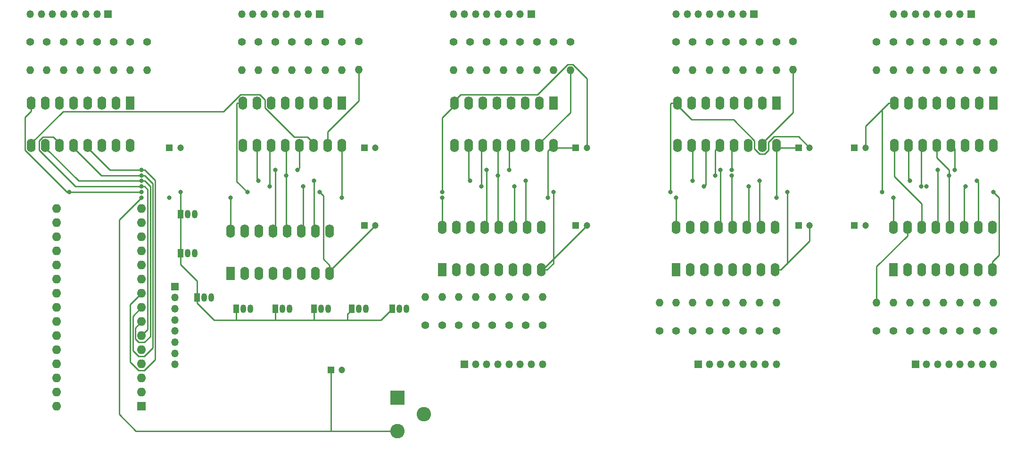
<source format=gbl>
G04 #@! TF.GenerationSoftware,KiCad,Pcbnew,(5.1.4-0-10_14)*
G04 #@! TF.CreationDate,2019-12-08T14:58:00+00:00*
G04 #@! TF.ProjectId,LED_cube_with_74HCT595,4c45445f-6375-4626-955f-776974685f37,rev?*
G04 #@! TF.SameCoordinates,Original*
G04 #@! TF.FileFunction,Copper,L2,Bot*
G04 #@! TF.FilePolarity,Positive*
%FSLAX46Y46*%
G04 Gerber Fmt 4.6, Leading zero omitted, Abs format (unit mm)*
G04 Created by KiCad (PCBNEW (5.1.4-0-10_14)) date 2019-12-08 14:58:00*
%MOMM*%
%LPD*%
G04 APERTURE LIST*
%ADD10C,1.200000*%
%ADD11R,1.200000X1.200000*%
%ADD12O,1.600000X1.600000*%
%ADD13R,1.600000X1.600000*%
%ADD14O,1.600000X2.400000*%
%ADD15R,1.600000X2.400000*%
%ADD16O,1.350000X1.350000*%
%ADD17R,1.350000X1.350000*%
%ADD18O,1.050000X1.500000*%
%ADD19R,1.050000X1.500000*%
%ADD20C,1.400000*%
%ADD21O,1.400000X1.400000*%
%ADD22R,2.600000X2.600000*%
%ADD23C,2.600000*%
%ADD24C,0.800000*%
%ADD25C,0.250000*%
G04 APERTURE END LIST*
D10*
X83000000Y-92000000D03*
D11*
X81000000Y-92000000D03*
D12*
X31760000Y-63000000D03*
X47000000Y-63000000D03*
X31760000Y-98560000D03*
X47000000Y-65540000D03*
X31760000Y-96020000D03*
X47000000Y-68080000D03*
X31760000Y-93480000D03*
X47000000Y-70620000D03*
X31760000Y-90940000D03*
X47000000Y-73160000D03*
X31760000Y-88400000D03*
X47000000Y-75700000D03*
X31760000Y-85860000D03*
X47000000Y-78240000D03*
X31760000Y-83320000D03*
X47000000Y-80780000D03*
X31760000Y-80780000D03*
X47000000Y-83320000D03*
X31760000Y-78240000D03*
X47000000Y-85860000D03*
X31760000Y-75700000D03*
X47000000Y-88400000D03*
X31760000Y-73160000D03*
X47000000Y-90940000D03*
X31760000Y-70620000D03*
X47000000Y-93480000D03*
X31760000Y-68080000D03*
X47000000Y-96020000D03*
X31760000Y-65540000D03*
D13*
X47000000Y-98560000D03*
D14*
X200000000Y-51620000D03*
X182220000Y-44000000D03*
X197460000Y-51620000D03*
X184760000Y-44000000D03*
X194920000Y-51620000D03*
X187300000Y-44000000D03*
X192380000Y-51620000D03*
X189840000Y-44000000D03*
X189840000Y-51620000D03*
X192380000Y-44000000D03*
X187300000Y-51620000D03*
X194920000Y-44000000D03*
X184760000Y-51620000D03*
X197460000Y-44000000D03*
X182220000Y-51620000D03*
D15*
X200000000Y-44000000D03*
D14*
X161000000Y-51620000D03*
X143220000Y-44000000D03*
X158460000Y-51620000D03*
X145760000Y-44000000D03*
X155920000Y-51620000D03*
X148300000Y-44000000D03*
X153380000Y-51620000D03*
X150840000Y-44000000D03*
X150840000Y-51620000D03*
X153380000Y-44000000D03*
X148300000Y-51620000D03*
X155920000Y-44000000D03*
X145760000Y-51620000D03*
X158460000Y-44000000D03*
X143220000Y-51620000D03*
D15*
X161000000Y-44000000D03*
X101000000Y-74000000D03*
D14*
X118780000Y-66380000D03*
X103540000Y-74000000D03*
X116240000Y-66380000D03*
X106080000Y-74000000D03*
X113700000Y-66380000D03*
X108620000Y-74000000D03*
X111160000Y-66380000D03*
X111160000Y-74000000D03*
X108620000Y-66380000D03*
X113700000Y-74000000D03*
X106080000Y-66380000D03*
X116240000Y-74000000D03*
X103540000Y-66380000D03*
X118780000Y-74000000D03*
X101000000Y-66380000D03*
X143000000Y-66380000D03*
X160780000Y-74000000D03*
X145540000Y-66380000D03*
X158240000Y-74000000D03*
X148080000Y-66380000D03*
X155700000Y-74000000D03*
X150620000Y-66380000D03*
X153160000Y-74000000D03*
X153160000Y-66380000D03*
X150620000Y-74000000D03*
X155700000Y-66380000D03*
X148080000Y-74000000D03*
X158240000Y-66380000D03*
X145540000Y-74000000D03*
X160780000Y-66380000D03*
D15*
X143000000Y-74000000D03*
D16*
X27000000Y-28000000D03*
X29000000Y-28000000D03*
X31000000Y-28000000D03*
X33000000Y-28000000D03*
X35000000Y-28000000D03*
X37000000Y-28000000D03*
X39000000Y-28000000D03*
D17*
X41000000Y-28000000D03*
X105000000Y-91000000D03*
D16*
X107000000Y-91000000D03*
X109000000Y-91000000D03*
X111000000Y-91000000D03*
X113000000Y-91000000D03*
X115000000Y-91000000D03*
X117000000Y-91000000D03*
X119000000Y-91000000D03*
D17*
X79000000Y-28000000D03*
D16*
X77000000Y-28000000D03*
X75000000Y-28000000D03*
X73000000Y-28000000D03*
X71000000Y-28000000D03*
X69000000Y-28000000D03*
X67000000Y-28000000D03*
X65000000Y-28000000D03*
X161000000Y-91000000D03*
X159000000Y-91000000D03*
X157000000Y-91000000D03*
X155000000Y-91000000D03*
X153000000Y-91000000D03*
X151000000Y-91000000D03*
X149000000Y-91000000D03*
D17*
X147000000Y-91000000D03*
D16*
X103000000Y-28000000D03*
X105000000Y-28000000D03*
X107000000Y-28000000D03*
X109000000Y-28000000D03*
X111000000Y-28000000D03*
X113000000Y-28000000D03*
X115000000Y-28000000D03*
D17*
X117000000Y-28000000D03*
D16*
X200000000Y-91000000D03*
X198000000Y-91000000D03*
X196000000Y-91000000D03*
X194000000Y-91000000D03*
X192000000Y-91000000D03*
X190000000Y-91000000D03*
X188000000Y-91000000D03*
D17*
X186000000Y-91000000D03*
D16*
X53000000Y-91000000D03*
X53000000Y-89000000D03*
X53000000Y-87000000D03*
X53000000Y-85000000D03*
X53000000Y-83000000D03*
X53000000Y-81000000D03*
X53000000Y-79000000D03*
D17*
X53000000Y-77000000D03*
X157000000Y-28000000D03*
D16*
X155000000Y-28000000D03*
X153000000Y-28000000D03*
X151000000Y-28000000D03*
X149000000Y-28000000D03*
X147000000Y-28000000D03*
X145000000Y-28000000D03*
X143000000Y-28000000D03*
D17*
X196000000Y-28000000D03*
D16*
X194000000Y-28000000D03*
X192000000Y-28000000D03*
X190000000Y-28000000D03*
X188000000Y-28000000D03*
X186000000Y-28000000D03*
X184000000Y-28000000D03*
X182000000Y-28000000D03*
D18*
X55270000Y-64000000D03*
X56540000Y-64000000D03*
D19*
X54000000Y-64000000D03*
X57000000Y-79000000D03*
D18*
X59540000Y-79000000D03*
X58270000Y-79000000D03*
X72270000Y-81000000D03*
X73540000Y-81000000D03*
D19*
X71000000Y-81000000D03*
X84730000Y-81000000D03*
D18*
X87270000Y-81000000D03*
X86000000Y-81000000D03*
X55270000Y-71000000D03*
X56540000Y-71000000D03*
D19*
X54000000Y-71000000D03*
D18*
X65270000Y-81000000D03*
X66540000Y-81000000D03*
D19*
X64000000Y-81000000D03*
D18*
X79270000Y-81000000D03*
X80540000Y-81000000D03*
D19*
X78000000Y-81000000D03*
X92000000Y-81000000D03*
D18*
X94540000Y-81000000D03*
X93270000Y-81000000D03*
D20*
X48000000Y-33000000D03*
D21*
X48000000Y-38080000D03*
X45000000Y-38080000D03*
D20*
X45000000Y-33000000D03*
D21*
X119000000Y-78920000D03*
D20*
X119000000Y-84000000D03*
X42000000Y-33000000D03*
D21*
X42000000Y-38080000D03*
D20*
X116000000Y-84000000D03*
D21*
X116000000Y-78920000D03*
X39000000Y-38080000D03*
D20*
X39000000Y-33000000D03*
D21*
X113000000Y-78920000D03*
D20*
X113000000Y-84000000D03*
X36000000Y-33000000D03*
D21*
X36000000Y-38080000D03*
D20*
X110000000Y-84000000D03*
D21*
X110000000Y-78920000D03*
X33000000Y-38080000D03*
D20*
X33000000Y-33000000D03*
D21*
X107000000Y-78920000D03*
D20*
X107000000Y-84000000D03*
X30000000Y-33000000D03*
D21*
X30000000Y-38080000D03*
D20*
X104000000Y-84000000D03*
D21*
X104000000Y-78920000D03*
X27000000Y-38080000D03*
D20*
X27000000Y-33000000D03*
D21*
X101000000Y-78920000D03*
D20*
X101000000Y-84000000D03*
D21*
X98000000Y-78920000D03*
D20*
X98000000Y-84000000D03*
D21*
X86000000Y-38000000D03*
D20*
X86000000Y-32920000D03*
X83000000Y-33000000D03*
D21*
X83000000Y-38080000D03*
D20*
X161000000Y-85000000D03*
D21*
X161000000Y-79920000D03*
X80000000Y-38080000D03*
D20*
X80000000Y-33000000D03*
D21*
X158000000Y-79920000D03*
D20*
X158000000Y-85000000D03*
X77000000Y-33000000D03*
D21*
X77000000Y-38080000D03*
D20*
X155000000Y-85000000D03*
D21*
X155000000Y-79920000D03*
X74000000Y-38080000D03*
D20*
X74000000Y-33000000D03*
D21*
X152000000Y-79920000D03*
D20*
X152000000Y-85000000D03*
X71000000Y-33000000D03*
D21*
X71000000Y-38080000D03*
D20*
X149000000Y-85000000D03*
D21*
X149000000Y-79920000D03*
X68000000Y-38080000D03*
D20*
X68000000Y-33000000D03*
D21*
X146000000Y-79920000D03*
D20*
X146000000Y-85000000D03*
X65000000Y-33000000D03*
D21*
X65000000Y-38080000D03*
D20*
X143000000Y-85000000D03*
D21*
X143000000Y-79920000D03*
X140000000Y-79920000D03*
D20*
X140000000Y-85000000D03*
X124000000Y-33000000D03*
D21*
X124000000Y-38080000D03*
X121000000Y-38080000D03*
D20*
X121000000Y-33000000D03*
D21*
X200000000Y-79920000D03*
D20*
X200000000Y-85000000D03*
X118000000Y-33000000D03*
D21*
X118000000Y-38080000D03*
D20*
X197000000Y-85000000D03*
D21*
X197000000Y-79920000D03*
X115000000Y-38080000D03*
D20*
X115000000Y-33000000D03*
D21*
X194000000Y-79920000D03*
D20*
X194000000Y-85000000D03*
X112000000Y-33000000D03*
D21*
X112000000Y-38080000D03*
D20*
X191000000Y-85000000D03*
D21*
X191000000Y-79920000D03*
X109000000Y-38080000D03*
D20*
X109000000Y-33000000D03*
D21*
X188000000Y-79920000D03*
D20*
X188000000Y-85000000D03*
X106000000Y-33000000D03*
D21*
X106000000Y-38080000D03*
D20*
X185000000Y-85000000D03*
D21*
X185000000Y-79920000D03*
X103000000Y-38080000D03*
D20*
X103000000Y-33000000D03*
D21*
X182000000Y-79920000D03*
D20*
X182000000Y-85000000D03*
X179000000Y-85000000D03*
D21*
X179000000Y-79920000D03*
X164000000Y-38000000D03*
D20*
X164000000Y-32920000D03*
X161000000Y-33000000D03*
D21*
X161000000Y-38080000D03*
D20*
X179000000Y-33000000D03*
D21*
X179000000Y-38080000D03*
X158000000Y-38080000D03*
D20*
X158000000Y-33000000D03*
D21*
X182000000Y-38080000D03*
D20*
X182000000Y-33000000D03*
X155000000Y-33000000D03*
D21*
X155000000Y-38080000D03*
D20*
X185000000Y-33000000D03*
D21*
X185000000Y-38080000D03*
X152000000Y-38080000D03*
D20*
X152000000Y-33000000D03*
D21*
X188000000Y-38080000D03*
D20*
X188000000Y-33000000D03*
X149000000Y-33000000D03*
D21*
X149000000Y-38080000D03*
D20*
X191000000Y-33000000D03*
D21*
X191000000Y-38080000D03*
X146000000Y-38080000D03*
D20*
X146000000Y-33000000D03*
X194000000Y-33000000D03*
D21*
X194000000Y-38080000D03*
D20*
X143000000Y-33000000D03*
D21*
X143000000Y-38080000D03*
X197000000Y-38080000D03*
D20*
X197000000Y-33000000D03*
X200000000Y-33000000D03*
D21*
X200000000Y-38080000D03*
D14*
X45000000Y-51620000D03*
X27220000Y-44000000D03*
X42460000Y-51620000D03*
X29760000Y-44000000D03*
X39920000Y-51620000D03*
X32300000Y-44000000D03*
X37380000Y-51620000D03*
X34840000Y-44000000D03*
X34840000Y-51620000D03*
X37380000Y-44000000D03*
X32300000Y-51620000D03*
X39920000Y-44000000D03*
X29760000Y-51620000D03*
X42460000Y-44000000D03*
X27220000Y-51620000D03*
D15*
X45000000Y-44000000D03*
X63000000Y-74620000D03*
D14*
X80780000Y-67000000D03*
X65540000Y-74620000D03*
X78240000Y-67000000D03*
X68080000Y-74620000D03*
X75700000Y-67000000D03*
X70620000Y-74620000D03*
X73160000Y-67000000D03*
X73160000Y-74620000D03*
X70620000Y-67000000D03*
X75700000Y-74620000D03*
X68080000Y-67000000D03*
X78240000Y-74620000D03*
X65540000Y-67000000D03*
X80780000Y-74620000D03*
X63000000Y-67000000D03*
X83000000Y-51620000D03*
X65220000Y-44000000D03*
X80460000Y-51620000D03*
X67760000Y-44000000D03*
X77920000Y-51620000D03*
X70300000Y-44000000D03*
X75380000Y-51620000D03*
X72840000Y-44000000D03*
X72840000Y-51620000D03*
X75380000Y-44000000D03*
X70300000Y-51620000D03*
X77920000Y-44000000D03*
X67760000Y-51620000D03*
X80460000Y-44000000D03*
X65220000Y-51620000D03*
D15*
X83000000Y-44000000D03*
X121000000Y-44000000D03*
D14*
X103220000Y-51620000D03*
X118460000Y-44000000D03*
X105760000Y-51620000D03*
X115920000Y-44000000D03*
X108300000Y-51620000D03*
X113380000Y-44000000D03*
X110840000Y-51620000D03*
X110840000Y-44000000D03*
X113380000Y-51620000D03*
X108300000Y-44000000D03*
X115920000Y-51620000D03*
X105760000Y-44000000D03*
X118460000Y-51620000D03*
X103220000Y-44000000D03*
X121000000Y-51620000D03*
D15*
X182000000Y-74000000D03*
D14*
X199780000Y-66380000D03*
X184540000Y-74000000D03*
X197240000Y-66380000D03*
X187080000Y-74000000D03*
X194700000Y-66380000D03*
X189620000Y-74000000D03*
X192160000Y-66380000D03*
X192160000Y-74000000D03*
X189620000Y-66380000D03*
X194700000Y-74000000D03*
X187080000Y-66380000D03*
X197240000Y-74000000D03*
X184540000Y-66380000D03*
X199780000Y-74000000D03*
X182000000Y-66380000D03*
D22*
X93000000Y-97000000D03*
D23*
X93000000Y-103000000D03*
X97700000Y-100000000D03*
D10*
X54000000Y-52000000D03*
D11*
X52000000Y-52000000D03*
X125000000Y-66000000D03*
D10*
X127000000Y-66000000D03*
D11*
X87000000Y-66000000D03*
D10*
X89000000Y-66000000D03*
X89000000Y-52000000D03*
D11*
X87000000Y-52000000D03*
X165000000Y-66000000D03*
D10*
X167000000Y-66000000D03*
X127000000Y-52000000D03*
D11*
X125000000Y-52000000D03*
X175000000Y-66000000D03*
D10*
X177000000Y-66000000D03*
X167000000Y-52000000D03*
D11*
X165000000Y-52000000D03*
X175000000Y-52000000D03*
D10*
X177000000Y-52000000D03*
D24*
X47000000Y-60000000D03*
X79000000Y-60000000D03*
X66000000Y-60000000D03*
X101000000Y-60000000D03*
X121000000Y-60000000D03*
X142000000Y-60000000D03*
X163000000Y-60000000D03*
X180000000Y-60000000D03*
X200000000Y-60000000D03*
X34000000Y-60000000D03*
X54000000Y-60000000D03*
X73000000Y-57000000D03*
X47000000Y-59000000D03*
X70000000Y-59000000D03*
X76000000Y-59000000D03*
X108000000Y-59000000D03*
X114000000Y-59000000D03*
X156000000Y-59000000D03*
X148000000Y-59000000D03*
X188000000Y-59000000D03*
X187000000Y-59000000D03*
X195000000Y-59000000D03*
X47000000Y-58000000D03*
X68000000Y-58000000D03*
X78000000Y-58000000D03*
X106000000Y-58000000D03*
X116000000Y-58000000D03*
X158000000Y-58000000D03*
X146000000Y-58000000D03*
X197000000Y-58000000D03*
X185000000Y-58000000D03*
X47000000Y-57000000D03*
X111000000Y-57000000D03*
X150000000Y-57000000D03*
X153000000Y-57000000D03*
X192000000Y-57000000D03*
X47000000Y-56000000D03*
X75000000Y-56000000D03*
X71000000Y-56000000D03*
X113000000Y-56000000D03*
X109000000Y-56000000D03*
X153000000Y-56000000D03*
X151000000Y-56000000D03*
X193000000Y-56000000D03*
X190000000Y-56000000D03*
X47000000Y-61000000D03*
X83000000Y-61000000D03*
X120000000Y-61000000D03*
X101000000Y-61000000D03*
X143000000Y-61000000D03*
X161000000Y-61000000D03*
X182000000Y-61000000D03*
X63000000Y-61000000D03*
X52000000Y-61000000D03*
D25*
X65220000Y-44000000D02*
X65220000Y-44400000D01*
X33608996Y-60000000D02*
X34000000Y-60000000D01*
X26094990Y-46575010D02*
X26094990Y-52485994D01*
X26094990Y-52485994D02*
X33608996Y-60000000D01*
X27220000Y-45450000D02*
X26094990Y-46575010D01*
X27220000Y-44000000D02*
X27220000Y-45450000D01*
X64094990Y-58094990D02*
X66000000Y-60000000D01*
X64094990Y-44075010D02*
X64094990Y-58094990D01*
X64170000Y-44000000D02*
X64094990Y-44075010D01*
X65220000Y-44000000D02*
X64170000Y-44000000D01*
X79654990Y-72044990D02*
X80780000Y-73170000D01*
X79654990Y-60654990D02*
X79654990Y-72044990D01*
X80780000Y-73170000D02*
X80780000Y-74620000D01*
X79000000Y-60000000D02*
X79654990Y-60654990D01*
X119830000Y-74000000D02*
X118780000Y-74000000D01*
X121000000Y-72830000D02*
X119830000Y-74000000D01*
X121000000Y-60000000D02*
X121000000Y-72830000D01*
X101000000Y-46620000D02*
X101000000Y-60000000D01*
X103220000Y-44400000D02*
X101000000Y-46620000D01*
X103220000Y-44000000D02*
X103220000Y-44400000D01*
X142170000Y-44000000D02*
X143220000Y-44000000D01*
X142000000Y-44170000D02*
X142170000Y-44000000D01*
X142000000Y-60000000D02*
X142000000Y-44170000D01*
X163000000Y-72830000D02*
X161830000Y-74000000D01*
X163000000Y-60000000D02*
X163000000Y-72830000D01*
X180000000Y-45170000D02*
X180000000Y-60000000D01*
X181170000Y-44000000D02*
X180000000Y-45170000D01*
X201000000Y-71330000D02*
X199780000Y-72550000D01*
X199780000Y-72550000D02*
X199780000Y-74000000D01*
X201000000Y-61000000D02*
X201000000Y-71330000D01*
X200000000Y-60000000D02*
X201000000Y-61000000D01*
X47000000Y-60000000D02*
X34000000Y-60000000D01*
X54000000Y-64000000D02*
X54000000Y-63775000D01*
X54000000Y-64000000D02*
X54000000Y-71000000D01*
X54000000Y-71000000D02*
X54000000Y-73000000D01*
X57000000Y-76000000D02*
X57000000Y-79000000D01*
X54000000Y-73000000D02*
X57000000Y-76000000D01*
X92000000Y-81000000D02*
X90000000Y-83000000D01*
X57000000Y-80000000D02*
X57000000Y-79000000D01*
X60000000Y-83000000D02*
X57000000Y-80000000D01*
X64000000Y-83000000D02*
X60000000Y-83000000D01*
X64000000Y-81000000D02*
X64000000Y-83000000D01*
X84730000Y-81225000D02*
X84000000Y-81955000D01*
X84730000Y-81000000D02*
X84730000Y-81225000D01*
X84000000Y-81955000D02*
X84000000Y-83000000D01*
X90000000Y-83000000D02*
X84000000Y-83000000D01*
X78000000Y-81000000D02*
X78000000Y-83000000D01*
X84000000Y-83000000D02*
X78000000Y-83000000D01*
X71000000Y-81000000D02*
X71000000Y-83000000D01*
X71000000Y-83000000D02*
X64000000Y-83000000D01*
X78000000Y-83000000D02*
X71000000Y-83000000D01*
X54000000Y-64000000D02*
X54000000Y-60000000D01*
X118088008Y-42474990D02*
X104345010Y-42474990D01*
X123507999Y-37054999D02*
X118088008Y-42474990D01*
X103220000Y-43600000D02*
X103220000Y-44000000D01*
X124492001Y-37054999D02*
X123507999Y-37054999D01*
X104345010Y-42474990D02*
X103220000Y-43600000D01*
X127000000Y-39562998D02*
X124492001Y-37054999D01*
X127000000Y-52000000D02*
X127000000Y-39562998D01*
X143220000Y-44400000D02*
X143220000Y-44000000D01*
X145820000Y-47000000D02*
X143220000Y-44400000D01*
X181170000Y-44000000D02*
X182220000Y-44000000D01*
X177000000Y-48170000D02*
X181170000Y-44000000D01*
X177000000Y-52000000D02*
X177000000Y-48170000D01*
X157045010Y-50754006D02*
X153291004Y-47000000D01*
X157045010Y-52196014D02*
X157045010Y-50754006D01*
X158925994Y-53145010D02*
X157994006Y-53145010D01*
X159585010Y-52485994D02*
X158925994Y-53145010D01*
X159585010Y-51043986D02*
X159585010Y-52485994D01*
X160628996Y-50000000D02*
X159585010Y-51043986D01*
X157994006Y-53145010D02*
X157045010Y-52196014D01*
X165000000Y-50000000D02*
X160628996Y-50000000D01*
X153291004Y-47000000D02*
X145820000Y-47000000D01*
X167000000Y-52000000D02*
X165000000Y-50000000D01*
X161830000Y-74000000D02*
X160780000Y-74000000D01*
X167000000Y-68830000D02*
X161830000Y-74000000D01*
X167000000Y-66000000D02*
X167000000Y-68830000D01*
X119000000Y-74000000D02*
X118780000Y-74000000D01*
X127000000Y-66000000D02*
X119000000Y-74000000D01*
X80780000Y-74220000D02*
X80780000Y-74620000D01*
X89000000Y-66000000D02*
X80780000Y-74220000D01*
X35148996Y-59000000D02*
X47000000Y-59000000D01*
X28634990Y-50754006D02*
X28634990Y-52485994D01*
X28634990Y-52485994D02*
X35148996Y-59000000D01*
X31174990Y-50094990D02*
X29294006Y-50094990D01*
X32300000Y-51220000D02*
X31174990Y-50094990D01*
X29294006Y-50094990D02*
X28634990Y-50754006D01*
X32300000Y-51620000D02*
X32300000Y-51220000D01*
X70000000Y-52320000D02*
X70000000Y-59000000D01*
X70300000Y-52020000D02*
X70000000Y-52320000D01*
X70300000Y-51620000D02*
X70300000Y-52020000D01*
X76000000Y-66700000D02*
X75700000Y-67000000D01*
X76000000Y-59000000D02*
X76000000Y-66700000D01*
X108000000Y-51920000D02*
X108300000Y-51620000D01*
X108000000Y-59000000D02*
X108000000Y-51920000D01*
X114000000Y-66080000D02*
X113700000Y-66380000D01*
X114000000Y-59000000D02*
X114000000Y-66080000D01*
X148300000Y-58700000D02*
X148000000Y-59000000D01*
X148300000Y-51620000D02*
X148300000Y-58700000D01*
X156000000Y-66080000D02*
X155700000Y-66380000D01*
X156000000Y-59000000D02*
X156000000Y-66080000D01*
X194700000Y-59300000D02*
X195000000Y-59000000D01*
X194700000Y-66380000D02*
X194700000Y-59300000D01*
X187000000Y-51920000D02*
X187300000Y-51620000D01*
X187000000Y-59000000D02*
X187000000Y-51920000D01*
X47565685Y-59000000D02*
X47000000Y-59000000D01*
X48125001Y-59559316D02*
X47565685Y-59000000D01*
X48125001Y-84734999D02*
X48125001Y-59559316D01*
X47000000Y-85860000D02*
X48125001Y-84734999D01*
X197240000Y-66380000D02*
X197240000Y-65980000D01*
X29760000Y-52020000D02*
X35740000Y-58000000D01*
X29760000Y-51620000D02*
X29760000Y-52020000D01*
X67760000Y-57760000D02*
X68000000Y-58000000D01*
X67760000Y-51620000D02*
X67760000Y-57760000D01*
X78000000Y-66760000D02*
X78240000Y-67000000D01*
X78000000Y-58000000D02*
X78000000Y-66760000D01*
X105760000Y-57760000D02*
X106000000Y-58000000D01*
X105760000Y-51620000D02*
X105760000Y-57760000D01*
X116000000Y-66140000D02*
X116240000Y-66380000D01*
X116000000Y-58000000D02*
X116000000Y-66140000D01*
X146000000Y-51860000D02*
X145760000Y-51620000D01*
X146000000Y-58000000D02*
X146000000Y-51860000D01*
X158000000Y-66140000D02*
X158240000Y-66380000D01*
X158000000Y-58000000D02*
X158000000Y-66140000D01*
X197240000Y-58240000D02*
X197000000Y-58000000D01*
X197240000Y-66380000D02*
X197240000Y-58240000D01*
X184760000Y-57760000D02*
X185000000Y-58000000D01*
X184760000Y-51620000D02*
X184760000Y-57760000D01*
X48575010Y-59009325D02*
X47565685Y-58000000D01*
X47540001Y-86985001D02*
X48575010Y-85949992D01*
X45874999Y-84445001D02*
X45874999Y-86400001D01*
X47000000Y-83320000D02*
X45874999Y-84445001D01*
X46459999Y-86985001D02*
X47540001Y-86985001D01*
X45874999Y-86400001D02*
X46459999Y-86985001D01*
X46000000Y-58000000D02*
X47000000Y-58000000D01*
X47565685Y-58000000D02*
X46000000Y-58000000D01*
X48575010Y-85949992D02*
X48575010Y-59009325D01*
X35740000Y-58000000D02*
X46000000Y-58000000D01*
X39820000Y-57000000D02*
X47000000Y-57000000D01*
X34840000Y-52020000D02*
X39820000Y-57000000D01*
X34840000Y-51620000D02*
X34840000Y-52020000D01*
X73000000Y-51780000D02*
X72840000Y-51620000D01*
X73000000Y-66840000D02*
X73000000Y-51780000D01*
X73000000Y-66840000D02*
X73160000Y-67000000D01*
X111000000Y-51780000D02*
X110840000Y-51620000D01*
X111000000Y-57000000D02*
X111000000Y-51780000D01*
X111000000Y-66220000D02*
X111160000Y-66380000D01*
X111000000Y-57000000D02*
X111000000Y-66220000D01*
X150000000Y-52460000D02*
X150840000Y-51620000D01*
X150000000Y-57000000D02*
X150000000Y-52460000D01*
X153000000Y-66220000D02*
X153160000Y-66380000D01*
X153000000Y-57000000D02*
X153000000Y-66220000D01*
X192000000Y-66220000D02*
X192160000Y-66380000D01*
X192000000Y-57000000D02*
X192000000Y-66220000D01*
X189840000Y-53840000D02*
X189840000Y-51620000D01*
X192000000Y-56000000D02*
X189840000Y-53840000D01*
X192000000Y-57000000D02*
X192000000Y-56000000D01*
X49025019Y-58459334D02*
X47565685Y-57000000D01*
X49025019Y-88039983D02*
X49025019Y-58459334D01*
X47540001Y-89525001D02*
X49025019Y-88039983D01*
X46459999Y-89525001D02*
X47540001Y-89525001D01*
X47565685Y-57000000D02*
X47000000Y-57000000D01*
X45424990Y-88489992D02*
X46459999Y-89525001D01*
X45424990Y-82355010D02*
X45424990Y-88489992D01*
X47000000Y-80780000D02*
X45424990Y-82355010D01*
X41360000Y-56000000D02*
X47000000Y-56000000D01*
X37380000Y-52020000D02*
X41360000Y-56000000D01*
X37380000Y-51620000D02*
X37380000Y-52020000D01*
X71000000Y-66620000D02*
X70620000Y-67000000D01*
X71000000Y-56000000D02*
X71000000Y-66620000D01*
X75380000Y-55620000D02*
X75000000Y-56000000D01*
X75380000Y-51620000D02*
X75380000Y-55620000D01*
X109000000Y-66000000D02*
X108620000Y-66380000D01*
X109000000Y-56000000D02*
X109000000Y-66000000D01*
X113000000Y-52000000D02*
X113380000Y-51620000D01*
X113000000Y-56000000D02*
X113000000Y-52000000D01*
X151000000Y-66000000D02*
X150620000Y-66380000D01*
X151000000Y-56000000D02*
X151000000Y-66000000D01*
X153000000Y-52000000D02*
X153380000Y-51620000D01*
X153000000Y-56000000D02*
X153000000Y-52000000D01*
X190000000Y-66000000D02*
X189620000Y-66380000D01*
X190000000Y-56000000D02*
X190000000Y-66000000D01*
X193000000Y-52240000D02*
X192380000Y-51620000D01*
X193000000Y-56000000D02*
X193000000Y-52240000D01*
X49475028Y-57909343D02*
X47565685Y-56000000D01*
X47565685Y-56000000D02*
X47000000Y-56000000D01*
X49475028Y-90129974D02*
X49475028Y-57909343D01*
X47540001Y-92065001D02*
X49475028Y-90129974D01*
X44974981Y-90579983D02*
X46459999Y-92065001D01*
X46459999Y-92065001D02*
X47540001Y-92065001D01*
X44974981Y-80265019D02*
X44974981Y-90579983D01*
X47000000Y-78240000D02*
X44974981Y-80265019D01*
X83000000Y-61000000D02*
X83000000Y-51620000D01*
X120000000Y-52620000D02*
X121000000Y-51620000D01*
X120000000Y-61000000D02*
X120000000Y-52620000D01*
X101000000Y-66380000D02*
X101000000Y-61000000D01*
X143000000Y-61000000D02*
X143000000Y-66380000D01*
X161000000Y-61000000D02*
X161000000Y-51620000D01*
X182000000Y-61000000D02*
X182000000Y-66380000D01*
X63000000Y-67000000D02*
X63000000Y-61000000D01*
X45000000Y-51620000D02*
X45000000Y-52020000D01*
X43000000Y-65000000D02*
X43000000Y-100000000D01*
X47000000Y-61000000D02*
X43000000Y-65000000D01*
X43000000Y-100000000D02*
X46000000Y-103000000D01*
X161380000Y-52000000D02*
X161000000Y-51620000D01*
X165000000Y-52000000D02*
X161380000Y-52000000D01*
X121380000Y-52000000D02*
X121000000Y-51620000D01*
X125000000Y-52000000D02*
X121380000Y-52000000D01*
X81000000Y-92000000D02*
X81000000Y-103000000D01*
X81000000Y-103000000D02*
X93000000Y-103000000D01*
X46000000Y-103000000D02*
X81000000Y-103000000D01*
X86000000Y-43585002D02*
X86000000Y-38000000D01*
X80460000Y-49125002D02*
X86000000Y-43585002D01*
X80460000Y-51620000D02*
X80460000Y-49125002D01*
X124000000Y-45680000D02*
X124000000Y-38080000D01*
X118460000Y-51220000D02*
X124000000Y-45680000D01*
X118460000Y-51620000D02*
X118460000Y-51220000D01*
X179000000Y-73370000D02*
X179000000Y-79920000D01*
X184540000Y-67830000D02*
X179000000Y-73370000D01*
X184540000Y-66380000D02*
X184540000Y-67830000D01*
X164000000Y-45680000D02*
X164000000Y-38000000D01*
X158460000Y-51220000D02*
X164000000Y-45680000D01*
X158460000Y-51620000D02*
X158460000Y-51220000D01*
X74403986Y-50094990D02*
X76794990Y-50094990D01*
X76794990Y-50094990D02*
X77920000Y-51220000D01*
X69174990Y-44865994D02*
X74403986Y-50094990D01*
X68225994Y-42474990D02*
X69174990Y-43423986D01*
X77920000Y-51220000D02*
X77920000Y-51620000D01*
X64754006Y-42474990D02*
X68225994Y-42474990D01*
X61703995Y-45525001D02*
X64754006Y-42474990D01*
X32914999Y-45525001D02*
X61703995Y-45525001D01*
X27220000Y-51220000D02*
X32914999Y-45525001D01*
X69174990Y-43423986D02*
X69174990Y-44865994D01*
X27220000Y-51620000D02*
X27220000Y-51220000D01*
X148080000Y-66780000D02*
X148080000Y-66380000D01*
X187080000Y-62080000D02*
X187080000Y-66380000D01*
X182220000Y-57220000D02*
X187080000Y-62080000D01*
X182220000Y-51620000D02*
X182220000Y-57220000D01*
M02*

</source>
